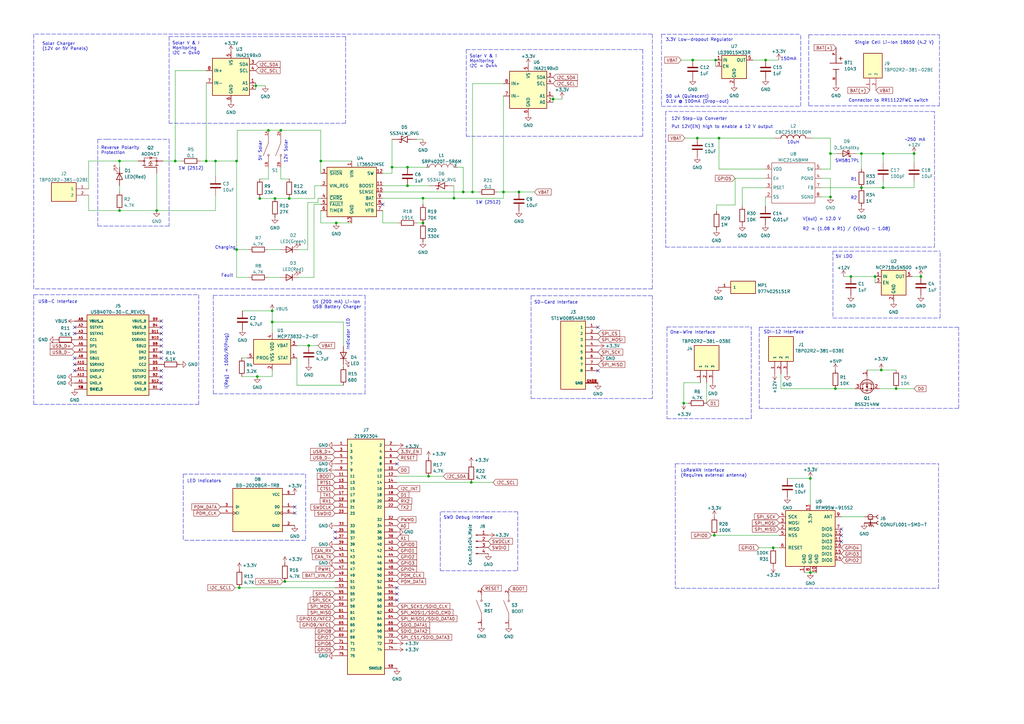
<source format=kicad_sch>
(kicad_sch (version 20211123) (generator eeschema)
  (paper "A3")
  (junction (at 348.996 113.411))
  (junction (at 84.582 66.04))
  (junction (at 361.442 151.765))
  (junction (at 116.84 238.506))
  (junction (at 88.392 66.04))
  (junction (at 374.904 62.992))
  (junction (at 173.482 91.44))
  (junction (at 367.538 159.385))
  (junction (at 49.022 66.04))
  (junction (at 332.359 234.823))
  (junction (at 377.698 113.411))
  (junction (at 110.109 53.467))
  (junction (at 104.902 35.179))
  (junction (at 332.359 196.215))
  (junction (at 353.314 62.992))
  (junction (at 126.619 141.732))
  (junction (at 226.822 40.64))
  (junction (at 186.182 81.28))
  (junction (at 71.882 66.04))
  (junction (at 105.537 154.432))
  (junction (at 160.782 68.58))
  (junction (at 175.768 195.326))
  (junction (at 353.314 76.962))
  (junction (at 98.171 241.046))
  (junction (at 292.989 219.583))
  (junction (at 173.482 81.28))
  (junction (at 284.1244 24.638))
  (junction (at 206.502 78.74))
  (junction (at 314.0202 24.638))
  (junction (at 193.294 197.866))
  (junction (at 212.852 78.74))
  (junction (at 111.633 127.508))
  (junction (at 167.132 76.2))
  (junction (at 362.204 62.992))
  (junction (at 317.119 224.663))
  (junction (at 115.189 53.467))
  (junction (at 286.004 56.642))
  (junction (at 189.992 78.74))
  (junction (at 362.204 76.962))
  (junction (at 112.776 81.407))
  (junction (at 280.416 165.354))
  (junction (at 358.902 113.411))
  (junction (at 111.633 132.08))
  (junction (at 97.028 102.362))
  (junction (at 340.614 62.992))
  (junction (at 342.646 159.385))
  (junction (at 49.022 86.36))
  (junction (at 137.922 91.44))
  (junction (at 340.614 80.772))
  (junction (at 293.497 24.638))
  (junction (at 167.132 68.58))
  (junction (at 118.618 81.407))
  (junction (at 106.553 81.407))
  (junction (at 294.894 56.642))
  (junction (at 193.802 78.74))
  (junction (at 97.028 66.04))
  (junction (at 131.572 66.04))
  (junction (at 64.262 86.36))
  (no_connect (at 245.237 152.019))
  (no_connect (at 245.237 134.239))
  (no_connect (at 66.167 159.639))
  (no_connect (at 66.167 157.099))
  (no_connect (at 137.414 218.186))
  (no_connect (at 137.414 220.726))
  (no_connect (at 162.814 190.246))
  (no_connect (at 120.904 210.439))
  (no_connect (at 120.904 207.899))
  (no_connect (at 162.814 241.046))
  (no_connect (at 162.814 243.586))
  (no_connect (at 162.814 246.126))
  (no_connect (at 156.972 83.82))
  (no_connect (at 66.167 146.939))
  (no_connect (at 30.607 146.939))
  (no_connect (at 30.607 149.479))
  (no_connect (at 30.607 152.019))
  (no_connect (at 66.167 139.319))
  (no_connect (at 66.167 144.399))
  (no_connect (at 66.167 131.699))
  (no_connect (at 66.167 141.859))
  (no_connect (at 30.607 136.779))
  (no_connect (at 30.607 134.239))
  (no_connect (at 66.167 134.239))
  (no_connect (at 66.167 136.779))
  (no_connect (at 66.167 152.019))
  (no_connect (at 66.167 154.559))
  (no_connect (at 345.059 222.123))
  (no_connect (at 345.059 219.583))
  (no_connect (at 345.059 217.043))
  (wire (pts (xy 131.572 53.467) (xy 131.572 66.04)))
  (wire (pts (xy 36.322 66.04) (xy 49.022 66.04)))
  (wire (pts (xy 66.802 66.04) (xy 71.882 66.04)))
  (wire (pts (xy 362.204 62.992) (xy 362.204 66.802)))
  (polyline (pts (xy 267.589 163.449) (xy 217.805 163.449)))
  (wire (pts (xy 156.972 86.36) (xy 156.972 91.44)))
  (wire (pts (xy 97.028 113.792) (xy 102.108 113.792)))
  (wire (pts (xy 226.822 39.37) (xy 226.822 40.64)))
  (wire (pts (xy 110.109 53.467) (xy 115.189 53.467)))
  (wire (pts (xy 111.633 132.08) (xy 111.633 136.652)))
  (wire (pts (xy 97.282 53.467) (xy 97.282 66.04)))
  (wire (pts (xy 109.728 102.362) (xy 114.808 102.362)))
  (polyline (pts (xy 212.344 209.931) (xy 180.594 209.931)))
  (wire (pts (xy 193.802 34.29) (xy 206.502 34.29)))
  (wire (pts (xy 362.204 62.992) (xy 353.314 62.992)))
  (wire (pts (xy 156.972 81.28) (xy 173.482 81.28)))
  (polyline (pts (xy 13.843 165.862) (xy 63.246 165.862)))
  (polyline (pts (xy 141.732 14.986) (xy 141.732 50.546)))
  (wire (pts (xy 130.429 81.28) (xy 131.572 81.28)))
  (wire (pts (xy 294.894 56.642) (xy 317.754 56.642)))
  (polyline (pts (xy 393.192 167.513) (xy 393.192 134.239)))
  (polyline (pts (xy 69.342 14.986) (xy 69.342 50.546)))
  (polyline (pts (xy 40.132 57.15) (xy 40.132 92.71)))
  (wire (pts (xy 126.619 141.732) (xy 130.429 141.732)))
  (wire (pts (xy 308.737 24.638) (xy 314.0202 24.638)))
  (wire (pts (xy 313.944 73.152) (xy 301.498 73.152)))
  (polyline (pts (xy 331.724 14.224) (xy 331.724 43.434)))
  (wire (pts (xy 292.989 219.583) (xy 319.659 219.583)))
  (polyline (pts (xy 212.344 234.061) (xy 212.344 209.931)))
  (wire (pts (xy 131.572 53.467) (xy 115.189 53.467)))
  (polyline (pts (xy 217.805 121.285) (xy 217.805 163.449)))
  (wire (pts (xy 279.4 24.638) (xy 284.1244 24.638)))
  (wire (pts (xy 111.633 127.508) (xy 111.633 132.08)))
  (polyline (pts (xy 267.462 13.97) (xy 13.843 13.97)))
  (wire (pts (xy 98.171 241.046) (xy 96.393 241.046)))
  (wire (pts (xy 115.189 68.707) (xy 115.189 73.406)))
  (wire (pts (xy 313.944 80.772) (xy 313.944 84.582)))
  (wire (pts (xy 167.132 68.58) (xy 174.752 68.58)))
  (polyline (pts (xy 341.63 102.997) (xy 385.572 102.997)))
  (wire (pts (xy 97.028 102.362) (xy 97.028 113.792)))
  (wire (pts (xy 362.204 74.422) (xy 362.204 76.962)))
  (wire (pts (xy 340.614 73.152) (xy 340.614 80.772)))
  (wire (pts (xy 170.942 91.44) (xy 173.482 91.44)))
  (wire (pts (xy 82.042 66.04) (xy 84.582 66.04)))
  (wire (pts (xy 64.262 71.12) (xy 64.262 86.36)))
  (wire (pts (xy 104.902 35.179) (xy 104.902 36.576)))
  (wire (pts (xy 156.972 91.44) (xy 163.322 91.44)))
  (polyline (pts (xy 331.724 43.434) (xy 385.318 43.434)))
  (wire (pts (xy 340.614 56.642) (xy 340.614 62.992)))
  (polyline (pts (xy 331.724 14.224) (xy 385.318 14.224)))
  (wire (pts (xy 49.022 86.36) (xy 64.262 86.36)))
  (wire (pts (xy 360.68 159.385) (xy 367.538 159.385)))
  (wire (pts (xy 99.187 154.432) (xy 105.537 154.432)))
  (polyline (pts (xy 81.534 120.904) (xy 81.534 165.862)))
  (polyline (pts (xy 311.404 167.513) (xy 393.192 167.513)))
  (polyline (pts (xy 273.558 134.112) (xy 273.558 171.704)))
  (wire (pts (xy 280.416 165.354) (xy 282.194 165.354)))
  (wire (pts (xy 332.994 56.642) (xy 340.614 56.642)))
  (wire (pts (xy 342.646 159.385) (xy 350.52 159.385)))
  (wire (pts (xy 71.882 66.04) (xy 74.422 66.04)))
  (wire (pts (xy 358.902 113.411) (xy 358.902 115.951)))
  (wire (pts (xy 118.618 81.407) (xy 129.032 81.407)))
  (wire (pts (xy 345.948 113.411) (xy 348.996 113.411)))
  (polyline (pts (xy 311.404 134.239) (xy 311.404 167.513)))
  (wire (pts (xy 304.419 76.962) (xy 313.944 76.962)))
  (wire (pts (xy 97.282 53.467) (xy 110.109 53.467)))
  (wire (pts (xy 36.322 80.01) (xy 36.322 86.36)))
  (polyline (pts (xy 125.349 221.615) (xy 75.184 221.615)))
  (wire (pts (xy 320.294 153.289) (xy 320.294 159.385)))
  (wire (pts (xy 126.238 83.058) (xy 130.429 83.058)))
  (wire (pts (xy 98.171 241.046) (xy 137.414 241.046)))
  (wire (pts (xy 71.882 28.956) (xy 71.882 66.04)))
  (wire (pts (xy 294.894 56.642) (xy 294.894 69.342)))
  (polyline (pts (xy 308.102 171.704) (xy 308.102 134.112)))
  (wire (pts (xy 128.778 83.82) (xy 128.778 113.792)))
  (wire (pts (xy 122.428 102.362) (xy 126.238 102.362)))
  (polyline (pts (xy 81.534 165.862) (xy 63.246 165.862)))
  (wire (pts (xy 137.922 91.44) (xy 144.272 91.44)))
  (polyline (pts (xy 63.246 120.904) (xy 81.534 120.904)))
  (wire (pts (xy 230.505 40.64) (xy 230.505 40.386)))
  (wire (pts (xy 156.972 76.2) (xy 167.132 76.2)))
  (wire (pts (xy 226.822 40.64) (xy 226.822 41.91)))
  (wire (pts (xy 186.182 76.2) (xy 186.182 81.28)))
  (polyline (pts (xy 341.63 102.997) (xy 341.63 130.429)))
  (wire (pts (xy 293.497 24.638) (xy 293.497 27.178)))
  (wire (pts (xy 105.537 154.432) (xy 111.633 154.432)))
  (polyline (pts (xy 13.843 120.904) (xy 63.246 120.904)))
  (wire (pts (xy 345.059 211.963) (xy 354.457 211.963)))
  (wire (pts (xy 71.882 28.956) (xy 84.582 28.956)))
  (polyline (pts (xy 13.843 118.491) (xy 13.843 105.41)))
  (wire (pts (xy 317.119 224.663) (xy 319.659 224.663)))
  (wire (pts (xy 156.972 78.74) (xy 189.992 78.74)))
  (wire (pts (xy 131.572 91.44) (xy 137.922 91.44)))
  (wire (pts (xy 173.482 81.28) (xy 186.182 81.28)))
  (wire (pts (xy 206.502 78.74) (xy 212.852 78.74)))
  (wire (pts (xy 304.419 76.962) (xy 304.419 84.582)))
  (wire (pts (xy 106.553 81.407) (xy 112.776 81.407)))
  (wire (pts (xy 374.142 113.411) (xy 377.698 113.411)))
  (polyline (pts (xy 311.404 134.239) (xy 393.192 134.239)))
  (wire (pts (xy 340.614 62.992) (xy 340.614 69.342)))
  (wire (pts (xy 36.322 77.47) (xy 36.322 66.04)))
  (polyline (pts (xy 180.594 209.931) (xy 180.594 212.471)))
  (wire (pts (xy 293.878 84.074) (xy 293.878 86.614)))
  (polyline (pts (xy 276.987 190.246) (xy 276.987 241.3)))
  (wire (pts (xy 97.028 102.362) (xy 102.108 102.362)))
  (wire (pts (xy 126.238 83.058) (xy 126.238 102.362)))
  (wire (pts (xy 340.614 62.992) (xy 343.154 62.992)))
  (wire (pts (xy 193.802 34.29) (xy 193.802 78.74)))
  (wire (pts (xy 118.618 81.026) (xy 118.618 81.407)))
  (wire (pts (xy 170.942 57.15) (xy 173.482 57.15)))
  (polyline (pts (xy 267.589 13.97) (xy 267.589 105.537)))
  (wire (pts (xy 97.028 66.04) (xy 97.282 66.04)))
  (wire (pts (xy 121.793 146.812) (xy 121.793 157.988)))
  (wire (pts (xy 88.392 66.04) (xy 88.392 72.39)))
  (polyline (pts (xy 40.132 92.71) (xy 43.942 92.71)))
  (wire (pts (xy 322.961 196.215) (xy 332.359 196.215)))
  (wire (pts (xy 131.572 66.04) (xy 131.572 71.12)))
  (wire (pts (xy 140.843 149.606) (xy 140.843 150.368)))
  (wire (pts (xy 122.428 113.792) (xy 128.778 113.792)))
  (wire (pts (xy 116.84 238.506) (xy 137.414 238.506)))
  (wire (pts (xy 84.582 34.036) (xy 84.582 66.04)))
  (polyline (pts (xy 271.3228 14.0716) (xy 328.422 14.0716)))
  (wire (pts (xy 289.814 156.972) (xy 289.814 165.354)))
  (wire (pts (xy 332.359 196.215) (xy 332.359 206.883)))
  (wire (pts (xy 314.0202 24.638) (xy 319.3796 24.638)))
  (wire (pts (xy 129.032 76.2) (xy 131.572 76.2)))
  (wire (pts (xy 175.768 195.326) (xy 181.864 195.326)))
  (wire (pts (xy 203.962 78.74) (xy 206.502 78.74)))
  (polyline (pts (xy 263.652 20.32) (xy 263.652 55.88)))
  (polyline (pts (xy 267.589 118.491) (xy 13.843 118.491)))
  (wire (pts (xy 99.441 127.508) (xy 111.633 127.508)))
  (wire (pts (xy 362.204 76.962) (xy 374.904 76.962)))
  (wire (pts (xy 88.392 86.36) (xy 88.392 80.01)))
  (wire (pts (xy 301.498 73.152) (xy 301.498 84.074)))
  (wire (pts (xy 162.814 195.326) (xy 175.768 195.326)))
  (polyline (pts (xy 191.262 20.32) (xy 191.262 55.88)))
  (polyline (pts (xy 13.843 120.904) (xy 13.843 165.862)))
  (polyline (pts (xy 40.132 57.15) (xy 43.942 57.15)))
  (polyline (pts (xy 69.342 92.71) (xy 43.942 92.71)))
  (polyline (pts (xy 180.594 234.061) (xy 212.344 234.061)))
  (wire (pts (xy 64.262 86.36) (xy 88.392 86.36)))
  (polyline (pts (xy 149.733 161.544) (xy 149.733 121.158)))
  (wire (pts (xy 374.904 74.422) (xy 374.904 76.962)))
  (wire (pts (xy 291.719 219.583) (xy 292.989 219.583)))
  (wire (pts (xy 332.359 234.823) (xy 334.899 234.823)))
  (wire (pts (xy 206.502 39.37) (xy 206.502 78.74)))
  (wire (pts (xy 189.992 78.74) (xy 193.802 78.74)))
  (wire (pts (xy 121.793 141.732) (xy 126.619 141.732)))
  (wire (pts (xy 131.572 86.36) (xy 131.572 91.44)))
  (wire (pts (xy 280.924 56.642) (xy 286.004 56.642)))
  (wire (pts (xy 156.972 71.12) (xy 160.782 71.12)))
  (polyline (pts (xy 87.503 121.158) (xy 149.733 121.158)))
  (polyline (pts (xy 267.589 105.41) (xy 267.589 118.491)))
  (wire (pts (xy 353.314 76.962) (xy 362.204 76.962)))
  (polyline (pts (xy 276.987 241.3) (xy 384.937 241.3)))
  (wire (pts (xy 116.078 238.506) (xy 116.84 238.506)))
  (wire (pts (xy 329.819 234.823) (xy 332.359 234.823)))
  (wire (pts (xy 311.277 224.663) (xy 317.119 224.663)))
  (wire (pts (xy 294.894 69.342) (xy 313.944 69.342)))
  (wire (pts (xy 104.902 34.036) (xy 104.902 35.179)))
  (polyline (pts (xy 217.805 121.285) (xy 267.589 121.285)))
  (wire (pts (xy 121.793 157.988) (xy 140.843 157.988)))
  (wire (pts (xy 99.187 146.812) (xy 101.473 146.812)))
  (wire (pts (xy 97.028 66.04) (xy 97.028 102.362)))
  (polyline (pts (xy 125.349 194.437) (xy 125.349 221.615)))
  (wire (pts (xy 226.822 40.64) (xy 230.505 40.64)))
  (wire (pts (xy 49.022 66.04) (xy 56.642 66.04)))
  (wire (pts (xy 187.452 68.58) (xy 189.992 68.58)))
  (wire (pts (xy 129.032 81.407) (xy 129.032 76.2)))
  (polyline (pts (xy 328.422 43.5864) (xy 328.422 14.0716)))
  (wire (pts (xy 350.774 62.992) (xy 353.314 62.992)))
  (wire (pts (xy 109.728 113.792) (xy 114.808 113.792)))
  (polyline (pts (xy 180.594 212.471) (xy 180.594 234.061)))
  (polyline (pts (xy 69.342 57.15) (xy 69.342 92.71)))
  (polyline (pts (xy 69.342 14.986) (xy 141.732 14.986)))
  (wire (pts (xy 336.804 73.152) (xy 340.614 73.152)))
  (polyline (pts (xy 75.184 194.437) (xy 75.184 221.615)))
  (wire (pts (xy 36.322 86.36) (xy 49.022 86.36)))
  (polyline (pts (xy 341.63 130.429) (xy 385.572 130.429)))
  (polyline (pts (xy 273.558 134.112) (xy 308.102 134.112)))
  (wire (pts (xy 84.582 66.04) (xy 88.392 66.04)))
  (polyline (pts (xy 383.286 45.72) (xy 273.05 45.72)))
  (polyline (pts (xy 383.286 101.346) (xy 383.286 45.72)))
  (wire (pts (xy 189.992 68.58) (xy 189.992 78.74)))
  (polyline (pts (xy 271.3228 43.5864) (xy 328.422 43.5864)))
  (polyline (pts (xy 13.843 13.97) (xy 13.843 105.537)))
  (wire (pts (xy 111.633 132.08) (xy 140.843 132.08)))
  (wire (pts (xy 167.132 76.2) (xy 176.022 76.2)))
  (polyline (pts (xy 385.318 43.434) (xy 385.318 14.224)))
  (wire (pts (xy 374.904 62.992) (xy 362.204 62.992)))
  (wire (pts (xy 374.904 66.802) (xy 374.904 62.992)))
  (wire (pts (xy 193.294 197.866) (xy 202.184 197.866)))
  (polyline (pts (xy 87.503 121.158) (xy 87.503 161.544)))
  (polyline (pts (xy 273.558 171.704) (xy 308.102 171.704)))
  (wire (pts (xy 280.416 156.972) (xy 287.274 156.972)))
  (wire (pts (xy 128.778 83.82) (xy 131.572 83.82)))
  (wire (pts (xy 49.022 66.04) (xy 49.022 68.58)))
  (wire (pts (xy 353.314 62.992) (xy 353.314 69.342)))
  (polyline (pts (xy 276.987 190.246) (xy 384.937 190.246)))
  (wire (pts (xy 340.614 80.772) (xy 336.804 80.772)))
  (wire (pts (xy 160.782 71.12) (xy 160.782 68.58)))
  (polyline (pts (xy 43.942 57.15) (xy 69.342 57.15)))
  (wire (pts (xy 320.294 159.385) (xy 342.646 159.385)))
  (polyline (pts (xy 271.3228 14.0462) (xy 271.3228 43.5864)))
  (polyline (pts (xy 384.937 241.3) (xy 384.937 190.246)))
  (polyline (pts (xy 273.05 45.72) (xy 273.05 101.346)))
  (wire (pts (xy 88.392 66.04) (xy 97.028 66.04)))
  (polyline (pts (xy 273.05 101.346) (xy 383.286 101.346)))
  (polyline (pts (xy 141.732 50.546) (xy 69.342 50.546)))
  (polyline (pts (xy 75.184 194.437) (xy 125.349 194.437)))
  (polyline (pts (xy 263.652 55.88) (xy 191.262 55.88)))
  (wire (pts (xy 162.814 197.866) (xy 193.294 197.866)))
  (wire (pts (xy 355.6 151.765) (xy 361.442 151.765)))
  (wire (pts (xy 115.189 73.406) (xy 118.618 73.406)))
  (wire (pts (xy 286.004 56.642) (xy 294.894 56.642)))
  (wire (pts (xy 361.442 151.765) (xy 367.538 151.765)))
  (wire (pts (xy 160.782 57.15) (xy 160.782 68.58)))
  (polyline (pts (xy 191.262 20.32) (xy 263.652 20.32)))
  (wire (pts (xy 186.182 81.28) (xy 206.502 81.28)))
  (wire (pts (xy 131.572 66.04) (xy 144.272 66.04)))
  (wire (pts (xy 140.843 141.986) (xy 140.843 132.08)))
  (wire (pts (xy 284.1244 24.638) (xy 293.497 24.638)))
  (wire (pts (xy 340.614 69.342) (xy 336.804 69.342)))
  (wire (pts (xy 106.553 73.406) (xy 110.109 73.406)))
  (wire (pts (xy 130.429 83.058) (xy 130.429 81.28)))
  (wire (pts (xy 367.538 159.385) (xy 374.904 159.385)))
  (wire (pts (xy 212.852 78.74) (xy 219.202 78.74)))
  (wire (pts (xy 173.482 81.28) (xy 173.482 83.82)))
  (wire (pts (xy 104.902 35.179) (xy 108.839 35.179)))
  (polyline (pts (xy 267.589 121.285) (xy 267.589 163.449)))
  (wire (pts (xy 206.502 81.28) (xy 206.502 78.74)))
  (wire (pts (xy 193.802 78.74) (xy 196.342 78.74)))
  (wire (pts (xy 110.109 73.406) (xy 110.109 68.707)))
  (wire (pts (xy 348.996 113.411) (xy 358.902 113.411)))
  (wire (pts (xy 112.776 81.407) (xy 118.618 81.407)))
  (wire (pts (xy 111.633 154.432) (xy 111.633 151.892)))
  (wire (pts (xy 49.022 76.2) (xy 49.022 78.74)))
  (polyline (pts (xy 87.503 161.544) (xy 149.733 161.544)))
  (wire (pts (xy 301.498 84.074) (xy 293.878 84.074)))
  (wire (pts (xy 160.782 68.58) (xy 167.132 68.58)))
  (wire (pts (xy 280.416 165.354) (xy 280.416 156.972)))
  (wire (pts (xy 106.553 81.407) (xy 106.553 81.661)))
  (wire (pts (xy 336.804 76.962) (xy 353.314 76.962)))
  (wire (pts (xy 106.553 81.026) (xy 106.553 81.407)))
  (polyline (pts (xy 385.572 130.429) (xy 385.572 102.997)))
  (text "12V Step-Up Converter" (at 275.336 49.53 0) (effects (font (size 1.27 1.27)) (justify left bottom)))
  (text "SWD Debug Interface" (at 181.864 213.106 0) (effects (font (size 1.27 1.27)) (justify left bottom)))
  (text "Fault" (at 90.678 113.792 0) (effects (font (size 1.27 1.27)) (justify left bottom)))
  (text "1W (2512)" (at 73.152 69.85 0) (effects (font (size 1.27 1.27)) (justify left bottom)))
  (text "Put 12V(EN) high to enable a 12 V output" (at 275.336 52.832 0) (effects (font (size 1.27 1.27)) (justify left bottom)))
  (text "12V Solar" (at 117.983 66.929 90) (effects (font (size 1.27 1.27)) (justify left bottom)))
  (text "50 uA (Quiescent)\n0.1V @ 100mA (Drop-out)" (at 273.0754 42.4688 0) (effects (font (size 1.27 1.27)) (justify left bottom)))
  (text "Solar Charger\n(12V or 5V Panels)" (at 17.272 20.828 0) (effects (font (size 1.27 1.27)) (justify left bottom)))
  (text "~250 mA" (at 371.094 58.166 0) (effects (font (size 1.27 1.27)) (justify left bottom)))
  (text "Indicator LED" (at 143.51 143.637 90) (effects (font (size 1.27 1.27)) (justify left bottom)))
  (text "SM5817PL" (at 342.519 66.802 0) (effects (font (size 1.27 1.27)) (justify left bottom)))
  (text "Solar V & I\nMonitoring\nI2C = 0x44" (at 192.532 27.94 0) (effects (font (size 1.27 1.27)) (justify left bottom)))
  (text "Solar V & I\nMonitoring\nI2C = 0x40" (at 70.612 22.606 0) (effects (font (size 1.27 1.27)) (justify left bottom)))
  (text "Connector to RR11122FWC switch" (at 347.98 42.037 0) (effects (font (size 1.27 1.27)) (justify left bottom)))
  (text "V(out) = 12.0 V\n\nR2 = (1.08 x R1) / (V(out) - 1.08)" (at 329.184 94.742 0) (effects (font (size 1.27 1.27)) (justify left bottom)))
  (text "5V Solar" (at 107.442 66.167 90) (effects (font (size 1.27 1.27)) (justify left bottom)))
  (text "5V LDO" (at 342.646 106.045 0) (effects (font (size 1.27 1.27)) (justify left bottom)))
  (text "5V (200 mA) Li-Ion \nUSB Battery Charger" (at 128.143 126.746 0) (effects (font (size 1.27 1.27)) (justify left bottom)))
  (text "SD-Card Interface" (at 219.075 124.841 0) (effects (font (size 1.27 1.27)) (justify left bottom)))
  (text "R1" (at 348.869 74.422 0) (effects (font (size 1.27 1.27)) (justify left bottom)))
  (text "I(Reg) = 1000/R(Prog)" (at 93.599 159.766 90) (effects (font (size 1.27 1.27)) (justify left bottom)))
  (text "1W (2512)" (at 195.072 83.82 0) (effects (font (size 1.27 1.27)) (justify left bottom)))
  (text "SDI-12 Interface" (at 313.182 137.033 0) (effects (font (size 1.27 1.27)) (justify left bottom)))
  (text "150mA" (at 320.1162 24.9936 0) (effects (font (size 1.27 1.27)) (justify left bottom)))
  (text "Charging" (at 88.138 102.362 0) (effects (font (size 1.27 1.27)) (justify left bottom)))
  (text "10uH" (at 322.834 59.182 0) (effects (font (size 1.27 1.27)) (justify left bottom)))
  (text "USB-C Interface" (at 15.621 124.587 0) (effects (font (size 1.27 1.27)) (justify left bottom)))
  (text "LoRaWAN Interface\n(Requires external antenna)" (at 279.146 195.834 0) (effects (font (size 1.27 1.27)) (justify left bottom)))
  (text "Reverse Polarity\nProtection" (at 41.402 63.5 0) (effects (font (size 1.27 1.27)) (justify left bottom)))
  (text "Single Cell Li-Ion 18650 (4.2 V)" (at 350.52 18.288 0) (effects (font (size 1.27 1.27)) (justify left bottom)))
  (text "One-Wire Interface" (at 274.828 137.16 0) (effects (font (size 1.27 1.27)) (justify left bottom)))
  (text "3.3V Low-dropout Regulator" (at 272.9738 17.0942 0) (effects (font (size 1.27 1.27)) (justify left bottom)))
  (text "R2" (at 348.869 82.042 0) (effects (font (size 1.27 1.27)) (justify left bottom)))
  (text "LED Indicators" (at 76.708 198.12 0) (effects (font (size 1.27 1.27)) (justify left bottom)))
  (global_label "BOOT" (shape input) (at 137.414 195.326 180) (property "Intersheet References" "${INTERSHEET_REFS}" (effects hide)))
  (global_label "GPIO7" (shape input) (at 137.414 261.366 180) (property "Intersheet References" "${INTERSHEET_REFS}" (effects hide)))
  (global_label "VBAT" (shape input) (at 279.4 24.638 180) (property "Intersheet References" "${INTERSHEET_REFS}" (effects hide)))
  (global_label "D0" (shape input) (at 162.814 192.786 0) (property "Intersheet References" "${INTERSHEET_REFS}" (effects hide)))
  (global_label "RESET" (shape input) (at 197.485 241.3 0) (property "Intersheet References" "${INTERSHEET_REFS}" (effects hide)))
  (global_label "I2C_SDA1" (shape input) (at 116.078 238.506 180) (property "Intersheet References" "${INTERSHEET_REFS}" (effects hide)))
  (global_label "VBAT" (shape input) (at 130.429 141.732 0) (property "Intersheet References" "${INTERSHEET_REFS}" (effects hide)))
  (global_label "D1" (shape input) (at 289.814 165.354 0) (property "Intersheet References" "${INTERSHEET_REFS}" (effects hide)))
  (global_label "SPI_SCK" (shape input) (at 137.414 246.126 180) (property "Intersheet References" "${INTERSHEET_REFS}" (effects hide)))
  (global_label "GPIO4" (shape input) (at 345.059 224.663 0) (property "Intersheet References" "${INTERSHEET_REFS}" (effects hide)))
  (global_label "3.3V_EN" (shape input) (at 162.814 185.166 0) (property "Intersheet References" "${INTERSHEET_REFS}" (effects hide)))
  (global_label "A1" (shape input) (at 162.814 220.726 0) (property "Intersheet References" "${INTERSHEET_REFS}" (effects hide)))
  (global_label "SPI_MISO" (shape input) (at 137.414 251.206 180) (property "Intersheet References" "${INTERSHEET_REFS}" (effects hide)))
  (global_label "SPI_SCK1{slash}SDIO_CLK" (shape input) (at 162.814 248.666 0) (property "Intersheet References" "${INTERSHEET_REFS}" (effects hide)))
  (global_label "GPIO1" (shape input) (at 311.277 224.663 180) (property "Intersheet References" "${INTERSHEET_REFS}" (effects hide)))
  (global_label "GPIO10{slash}NFC2" (shape input) (at 137.414 253.746 180) (property "Intersheet References" "${INTERSHEET_REFS}" (effects hide)))
  (global_label "GPIO3" (shape input) (at 162.814 230.886 0) (property "Intersheet References" "${INTERSHEET_REFS}" (effects hide)))
  (global_label "GPIO5" (shape input) (at 137.414 266.446 180) (property "Intersheet References" "${INTERSHEET_REFS}" (effects hide)))
  (global_label "SWDCLK" (shape input) (at 137.414 208.026 180) (property "Intersheet References" "${INTERSHEET_REFS}" (effects hide)))
  (global_label "I2C_SDA" (shape input) (at 181.864 195.326 0) (property "Intersheet References" "${INTERSHEET_REFS}" (effects hide)))
  (global_label "GPIO1" (shape input) (at 162.814 225.806 0) (property "Intersheet References" "${INTERSHEET_REFS}" (effects hide)))
  (global_label "CAN_TX" (shape input) (at 137.414 228.346 180) (property "Intersheet References" "${INTERSHEET_REFS}" (effects hide)))
  (global_label "BATT_VIN{slash}3" (shape input) (at 137.414 235.966 180) (property "Intersheet References" "${INTERSHEET_REFS}" (effects hide)))
  (global_label "GPIO0" (shape input) (at 162.814 223.266 0) (property "Intersheet References" "${INTERSHEET_REFS}" (effects hide)))
  (global_label "I2C_SDA" (shape input) (at 226.822 31.75 0) (property "Intersheet References" "${INTERSHEET_REFS}" (effects hide)))
  (global_label "D1" (shape input) (at 162.814 202.946 0) (property "Intersheet References" "${INTERSHEET_REFS}" (effects hide)))
  (global_label "VBAT" (shape input) (at 280.924 56.642 180) (property "Intersheet References" "${INTERSHEET_REFS}" (effects hide)))
  (global_label "CTS1" (shape input) (at 137.414 200.406 180) (property "Intersheet References" "${INTERSHEET_REFS}" (effects hide)))
  (global_label "GPIO2" (shape input) (at 162.814 228.346 0) (property "Intersheet References" "${INTERSHEET_REFS}" (effects hide)))
  (global_label "D0" (shape input) (at 374.904 159.385 0) (property "Intersheet References" "${INTERSHEET_REFS}" (effects hide)))
  (global_label "TX2" (shape input) (at 162.814 208.026 0) (property "Intersheet References" "${INTERSHEET_REFS}" (effects hide)))
  (global_label "USB_D+" (shape input) (at 137.414 185.166 180) (property "Intersheet References" "${INTERSHEET_REFS}" (effects hide)))
  (global_label "GPIO9{slash}NFC1" (shape input) (at 137.414 256.286 180) (property "Intersheet References" "${INTERSHEET_REFS}" (effects hide)))
  (global_label "RX2" (shape input) (at 162.814 205.486 0) (property "Intersheet References" "${INTERSHEET_REFS}" (effects hide)))
  (global_label "SPI_MOSI" (shape input) (at 319.659 214.503 180) (property "Intersheet References" "${INTERSHEET_REFS}" (effects hide)))
  (global_label "SPI_MOSI1{slash}SDIO_CMD" (shape input) (at 162.814 251.206 0) (property "Intersheet References" "${INTERSHEET_REFS}" (effects hide)))
  (global_label "SPI_CS" (shape input) (at 137.414 243.586 180) (property "Intersheet References" "${INTERSHEET_REFS}" (effects hide)))
  (global_label "VBAT" (shape input) (at 219.202 78.74 0) (property "Intersheet References" "${INTERSHEET_REFS}" (effects hide)))
  (global_label "SWDCLK" (shape input) (at 200.279 221.996 0) (property "Intersheet References" "${INTERSHEET_REFS}" (effects hide)))
  (global_label "SPI_MISO" (shape input) (at 319.659 217.043 180) (property "Intersheet References" "${INTERSHEET_REFS}" (effects hide)))
  (global_label "I2C_SCL" (shape input) (at 202.184 197.866 0) (property "Intersheet References" "${INTERSHEET_REFS}" (effects hide)))
  (global_label "BAT(+)" (shape input) (at 342.9 19.558 180) (property "Intersheet References" "${INTERSHEET_REFS}" (effects hide)))
  (global_label "RTS1" (shape input) (at 137.414 197.866 180) (property "Intersheet References" "${INTERSHEET_REFS}" (effects hide)))
  (global_label "SDIO_DATA2" (shape input) (at 162.814 258.826 0) (property "Intersheet References" "${INTERSHEET_REFS}" (effects hide)))
  (global_label "I2C_SCL" (shape input) (at 104.902 28.956 0) (property "Intersheet References" "${INTERSHEET_REFS}" (effects hide)))
  (global_label "PDM_DATA" (shape input) (at 90.424 207.899 180) (property "Intersheet References" "${INTERSHEET_REFS}" (effects hide)))
  (global_label "SPI_MISO" (shape input) (at 245.237 149.479 0) (property "Intersheet References" "${INTERSHEET_REFS}" (effects hide)))
  (global_label "PWM0" (shape input) (at 162.814 213.106 0) (property "Intersheet References" "${INTERSHEET_REFS}" (effects hide)))
  (global_label "SWDIO" (shape input) (at 200.279 224.536 0) (property "Intersheet References" "${INTERSHEET_REFS}" (effects hide)))
  (global_label "SPI_MOSI" (shape input) (at 245.237 139.319 0) (property "Intersheet References" "${INTERSHEET_REFS}" (effects hide)))
  (global_label "SPI_CS" (shape input) (at 245.237 136.779 0) (property "Intersheet References" "${INTERSHEET_REFS}" (effects hide)))
  (global_label "BOOT" (shape input) (at 208.661 241.427 0) (property "Intersheet References" "${INTERSHEET_REFS}" (effects hide)))
  (global_label "GPIO5" (shape input) (at 301.498 73.152 180) (property "Intersheet References" "${INTERSHEET_REFS}" (effects hide)))
  (global_label "SPI_SCK" (shape input) (at 245.237 144.399 0) (property "Intersheet References" "${INTERSHEET_REFS}" (effects hide)))
  (global_label "PDM_CLK" (shape input) (at 162.814 235.966 0) (property "Intersheet References" "${INTERSHEET_REFS}" (effects hide)))
  (global_label "GPIO3" (shape input) (at 345.059 227.203 0) (property "Intersheet References" "${INTERSHEET_REFS}" (effects hide)))
  (global_label "RESET" (shape input) (at 162.814 187.706 0) (property "Intersheet References" "${INTERSHEET_REFS}" (effects hide)))
  (global_label "USB_D-" (shape input) (at 137.414 187.706 180) (property "Intersheet References" "${INTERSHEET_REFS}" (effects hide)))
  (global_label "GPIO6" (shape input) (at 137.414 263.906 180) (property "Intersheet References" "${INTERSHEET_REFS}" (effects hide)))
  (global_label "SPI_CS1{slash}SDIO_DATA3" (shape input) (at 162.814 261.366 0) (property "Intersheet References" "${INTERSHEET_REFS}" (effects hide)))
  (global_label "I2C_INT" (shape input) (at 162.814 200.406 0) (property "Intersheet References" "${INTERSHEET_REFS}" (effects hide)))
  (global_label "SWDIO" (shape input) (at 137.414 210.566 180) (property "Intersheet References" "${INTERSHEET_REFS}" (effects hide)))
  (global_label "SPI_MISO1{slash}SDIO_DATA0" (shape input) (at 162.814 253.746 0) (property "Intersheet References" "${INTERSHEET_REFS}" (effects hide)))
  (global_label "I2C_SDA" (shape input) (at 104.902 26.416 0) (property "Intersheet References" "${INTERSHEET_REFS}" (effects hide)))
  (global_label "I2C_SCL1" (shape input) (at 96.393 241.046 180) (property "Intersheet References" "${INTERSHEET_REFS}" (effects hide)))
  (global_label "BAT(+)" (shape input) (at 356.743 37.084 180) (property "Intersheet References" "${INTERSHEET_REFS}" (effects hide)))
  (global_label "PWM1" (shape input) (at 137.414 233.426 180) (property "Intersheet References" "${INTERSHEET_REFS}" (effects hide)))
  (global_label "USB_D+" (shape input) (at 30.607 141.859 180) (property "Intersheet References" "${INTERSHEET_REFS}" (effects hide)))
  (global_label "TX1" (shape input) (at 137.414 202.946 180) (property "Intersheet References" "${INTERSHEET_REFS}" (effects hide)))
  (global_label "PDM_DATA" (shape input) (at 162.814 238.506 0) (property "Intersheet References" "${INTERSHEET_REFS}" (effects hide)))
  (global_label "A0" (shape input) (at 162.814 215.646 0) (property "Intersheet References" "${INTERSHEET_REFS}" (effects hide)))
  (global_label "CAN_RX" (shape input) (at 137.414 225.806 180) (property "Intersheet References" "${INTERSHEET_REFS}" (effects hide)))
  (global_label "GPIO2" (shape input) (at 345.059 229.743 0) (property "Intersheet References" "${INTERSHEET_REFS}" (effects hide)))
  (global_label "USB_D-" (shape input) (at 30.607 144.399 180) (property "Intersheet References" "${INTERSHEET_REFS}" (effects hide)))
  (global_label "SPI_MOSI" (shape input) (at 137.414 248.666 180) (property "Intersheet References" "${INTERSHEET_REFS}" (effects hide)))
  (global_label "VBAT" (shape input) (at 359.283 37.084 0) (property "Intersheet References" "${INTERSHEET_REFS}" (effects hide)))
  (global_label "GPIO0" (shape input) (at 291.719 219.583 180) (property "Intersheet References" "${INTERSHEET_REFS}" (effects hide)))
  (global_label "SDIO_DATA1" (shape input) (at 162.814 256.286 0) (property "Intersheet References" "${INTERSHEET_REFS}" (effects hide)))
  (global_label "GPIO8" (shape input) (at 137.414 258.826 180) (property "Intersheet References" "${INTERSHEET_REFS}" (effects hide)))
  (global_label "RX1" (shape input) (at 137.414 205.486 180) (property "Intersheet References" "${INTERSHEET_REFS}" (effects hide)))
  (global_label "GPIO4" (shape input) (at 162.814 233.426 0) (property "Intersheet References" "${INTERSHEET_REFS}" (effects hide)))
  (global_label "I2C_SCL" (shape input) (at 226.822 34.29 0) (property "Intersheet References" "${INTERSHEET_REFS}" (effects hide)))
  (global_label "PDM_CLK" (shape input) (at 90.424 210.439 180) (property "Intersheet References" "${INTERSHEET_REFS}" (effects hide)))
  (global_label "SPI_SCK" (shape input) (at 319.659 211.963 180) (property "Intersheet References" "${INTERSHEET_REFS}" (effects hide)))
  (symbol (lib_id "Device:C") (at 126.619 145.542 0) (unit 1)
    (property "Reference" "C5" (at 129.54 144.7073 0) (effects (justify left)))
    (property "Value" "4.7uF" (at 129.54 147.2442 0) (effects (justify left)))
    (property "Footprint" "Capacitor_SMD:C_0805_2012Metric" (effects hide))
  )
  (symbol (lib_id "power:GND") (at 284.1244 32.258 0) (unit 1)
    (property "Reference" "#PWR0126" (effects hide))
    (property "Value" "GND" (at 284.1244 36.7014 0))
  )
  (symbol (lib_id "power:+3.3V") (at 98.171 233.426 0) (unit 1)
    (property "Reference" "#PWR0134" (effects hide))
    (property "Value" "+3.3V" (at 99.441 231.902 0) (effects (justify left)))
  )
  (symbol (lib_id "Device:R") (at 49.022 82.55 0) (unit 1)
    (property "Reference" "R2" (at 50.8 81.7153 0) (effects (justify left)))
    (property "Value" "4.7K" (at 50.8 84.2522 0) (effects (justify left)))
    (property "Footprint" "Resistor_SMD:R_0805_2012Metric" (effects hide))
  )
  (symbol (lib_id "DS04-254-2-02BK-SMT:DS04-254-2-02BK-SMT") (at 112.649 61.087 90) (mirror x) (unit 1)
    (property "Reference" "S1" (at 111.506 69.85 90) (effects (justify right)))
    (property "Value" "DS04-254-2-02BK-SMT" (effects hide))
    (property "Footprint" "DS04-254-2-02BK-SMT:SW_DS04-254-2-02BK-SMT" (effects hide))
    (property "MAXIMUM_PACKAGE_HEIGHT" "4.86 mm" (effects hide))
    (property "STANDARD" "Manufacturer Recommendations" (effects hide))
    (property "PARTREV" "V0.0" (effects hide))
    (property "MANUFACTURER" "CUI Inc." (effects hide))
  )
  (symbol (lib_id "power:+3.3V") (at 193.294 190.246 0) (unit 1)
    (property "Reference" "#PWR0147" (effects hide))
    (property "Value" "+3.3V" (at 194.564 188.722 0) (effects (justify left)))
  )
  (symbol (lib_id "power:GND") (at 304.419 92.202 0) (unit 1)
    (property "Reference" "#PWR0114" (effects hide))
    (property "Value" "GND" (at 304.419 96.6454 0))
  )
  (symbol (lib_id "power:GND") (at 208.661 256.667 0) (unit 1)
    (property "Reference" "#PWR0117" (effects hide))
    (property "Value" "GND" (at 208.661 261.1104 0))
  )
  (symbol (lib_id "pspice:INDUCTOR") (at 181.102 68.58 0) (unit 1)
    (property "Reference" "L1" (at 181.102 63.7372 0))
    (property "Value" "SRP4020T-5R6M" (at 181.102 66.2741 0))
    (property "Footprint" "SRP4020TA-5R6M:IND_SRP4020TA-5R6M" (effects hide))
  )
  (symbol (lib_id "Device:R") (at 353.314 80.772 180) (unit 1)
    (property "Reference" "R34" (at 355.092 79.9373 0) (effects (justify right)))
    (property "Value" "1K" (at 355.092 82.4742 0) (effects (justify right)))
    (property "Footprint" "Resistor_SMD:R_0805_2012Metric" (effects hide))
  )
  (symbol (lib_id "Device:R") (at 286.004 165.354 270) (unit 1)
    (property "Reference" "R6" (at 286.004 160.6382 90))
    (property "Value" "4.7K" (at 286.004 163.1751 90))
    (property "Footprint" "Resistor_SMD:R_0805_2012Metric" (effects hide))
  )
  (symbol (lib_id "power:GND") (at 120.904 215.519 0) (unit 1)
    (property "Reference" "#PWR0154" (effects hide))
    (property "Value" "GND" (at 120.904 219.9624 0))
  )
  (symbol (lib_id "power:GND") (at 112.776 89.027 0) (unit 1)
    (property "Reference" "#PWR0105" (effects hide))
    (property "Value" "GND" (at 112.776 93.4704 0))
  )
  (symbol (lib_id "power:GND") (at 354.457 214.503 0) (unit 1)
    (property "Reference" "#PWR0151" (effects hide))
    (property "Value" "GND" (at 354.457 218.9464 0))
  )
  (symbol (lib_id "power:+3.3V") (at 319.3796 24.638 0) (unit 1)
    (property "Reference" "#PWR0124" (effects hide))
    (property "Value" "+3.3V" (at 319.3796 21.0622 0))
  )
  (symbol (lib_id "Device:R") (at 293.878 90.424 180) (unit 1)
    (property "Reference" "R29" (at 295.656 89.5893 0) (effects (justify right)))
    (property "Value" "1M" (at 295.656 92.1262 0) (effects (justify right)))
    (property "Footprint" "Resistor_SMD:R_0805_2012Metric" (effects hide))
  )
  (symbol (lib_id "power:GND") (at 173.482 99.06 0) (unit 1)
    (property "Reference" "#PWR0101" (effects hide))
    (property "Value" "GND" (at 173.482 103.5034 0))
  )
  (symbol (lib_id "power:+3.3V") (at 162.814 266.446 270) (unit 1)
    (property "Reference" "#PWR0159" (effects hide))
    (property "Value" "+3.3V" (at 165.862 266.446 90) (effects (justify left)))
  )
  (symbol (lib_id "power:GND") (at 245.237 146.939 90) (unit 1)
    (property "Reference" "#PWR04" (effects hide))
    (property "Value" "GND" (at 248.285 146.939 90) (effects (justify right)))
  )
  (symbol (lib_id "power:GND") (at 348.996 121.031 0) (unit 1)
    (property "Reference" "#PWR09" (effects hide))
    (property "Value" "GND" (at 348.996 125.4744 0))
  )
  (symbol (lib_id "Device:C") (at 284.1244 28.448 0) (unit 1)
    (property "Reference" "C12" (at 287.0454 27.6133 0) (effects (justify left)))
    (property "Value" "1uF" (at 287.0454 30.1502 0) (effects (justify left)))
    (property "Footprint" "Capacitor_SMD:C_0805_2012Metric" (effects hide))
  )
  (symbol (lib_id "Device:LED") (at 49.022 72.39 270) (unit 1)
    (property "Reference" "D1" (at 51.054 69.9678 90) (effects (justify left)))
    (property "Value" "LED(Red)" (at 51.054 72.5047 90) (effects (justify left)))
    (property "Footprint" "LED_SMD:LED_0805_2012Metric" (effects hide))
  )
  (symbol (lib_id "9774025151R:9774025151R") (at 304.8 117.856 0) (unit 1)
    (property "Reference" "MP1" (at 310.642 117.0213 0) (effects (justify left)))
    (property "Value" "9774025151R" (at 310.642 119.5582 0) (effects (justify left)))
    (property "Footprint" "9774025151R:WE_9774025151R" (effects hide))
    (property "MANUFACTURER" "Wurth Elektronik" (effects hide))
    (property "PARTREV" "001.001" (effects hide))
    (property "MAXIMUM_PACKAGE_HEIGHT" "2.6 mm" (effects hide))
    (property "STANDARD" "Manufacturer Recommendations" (effects hide))
  )
  (symbol (lib_id "ST1W008S4AR1500:ST1W008S4AR1500") (at 235.077 144.399 0) (mirror y) (unit 1)
    (property "Reference" "J3" (at 235.077 127.9992 0))
    (property "Value" "ST1W008S4AR1500" (at 235.077 130.5361 0))
    (property "Footprint" "ST1W008S4AR1500:JAE_ST1W008S4AR1500" (effects hide))
    (property "MANUFACTURER" "JAE Electronics" (effects hide))
    (property "MAXIMUM_PACKAGE_HEIGHT" "2.0 mm" (effects hide))
    (property "PARTREV" "2" (effects hide))
    (property "STANDARD" "Manufacturer Recommendations" (effects hide))
  )
  (symbol (lib_id "Device:LED") (at 118.618 113.792 180) (unit 1)
    (property "Reference" "D3" (at 120.2055 107.9332 0))
    (property "Value" "LED(Red)" (at 120.2055 110.4701 0))
    (property "Footprint" "LED_SMD:LED_0805_2012Metric" (effects hide))
  )
  (symbol (lib_id "power:+3.3V") (at 116.84 230.886 0) (unit 1)
    (property "Reference" "#PWR0133" (effects hide))
    (property "Value" "+3.3V" (at 118.11 229.362 0) (effects (justify left)))
  )
  (symbol (lib_id "power:+12V") (at 374.904 62.992 0) (unit 1)
    (property "Reference" "#PWR0119" (effects hide))
    (property "Value" "+12V" (at 374.904 59.4162 0))
  )
  (symbol (lib_id "power:+12V") (at 345.948 113.411 0) (unit 1)
    (property "Reference" "#PWR08" (effects hide))
    (property "Value" "+12V" (at 345.948 109.8352 0))
  )
  (symbol (lib_id "power:GND") (at 353.314 84.582 0) (unit 1)
    (property "Reference" "#PWR0121" (effects hide))
    (property "Value" "GND" (at 353.314 89.0254 0))
  )
  (symbol (lib_id "Device:C") (at 88.392 76.2 0) (unit 1)
    (property "Reference" "C3" (at 91.313 75.3653 0) (effects (justify left)))
    (property "Value" "10uF" (at 91.313 77.9022 0) (effects (justify left)))
    (property "Footprint" "Capacitor_SMD:C_0805_2012Metric" (effects hide))
  )
  (symbol (lib_id "power:GND") (at 22.987 139.319 270) (unit 1)
    (property "Reference" "#PWR0109" (effects hide))
    (property "Value" "GND" (at 15.621 139.319 90) (effects (justify left)))
  )
  (symbol (lib_id "PTS636_SM43J_SMTR_LFS:PTS636_SM43J_SMTR_LFS") (at 208.661 249.047 90) (unit 1)
    (property "Reference" "S3" (at 209.7024 248.2123 90) (effects (justify right)))
    (property "Value" "BOOT" (at 209.7024 250.7492 90) (effects (justify right)))
    (property "Footprint" "PTS636_SM43J_SMTR_LFS:SW_PTS636_SM43J_SMTR_LFS" (effects hide))
    (property "PARTREV" "27 mar 19" (effects hide))
    (property "MANUFACTURER" "C&K" (effects hide))
    (property "MAXIMUM_PACKAGE_HEIGHT" "4.3 mm" (effects hide))
    (property "STANDARD" "Manufacturer Recommendations" (effects hide))
  )
  (symbol (lib_id "power:GND") (at 197.485 256.54 0) (unit 1)
    (property "Reference" "#PWR0110" (effects hide))
    (property "Value" "GND" (at 197.485 260.9834 0))
  )
  (symbol (lib_id "power:GND") (at 30.607 159.639 0) (unit 1)
    (property "Reference" "#PWR0132" (effects hide))
    (property "Value" "GND" (at 30.607 164.0824 0))
  )
  (symbol (lib_id "BB-2020BGR-TRB:BB-2020BGR-TRB") (at 105.664 210.439 0) (unit 1)
    (property "Reference" "D8" (at 105.664 196.5792 0))
    (property "Value" "BB-2020BGR-TRB" (at 105.664 199.1161 0))
    (property "Footprint" "BB-2020BGR-TRB:LED_BB-2020BGR-TRB" (effects hide))
    (property "MANUFACTURER" "American Bright LED" (effects hide))
    (property "MAXIMUM_PACKAGE_HEIGHT" "0.75mm" (effects hide))
    (property "STANDARD" "Manufacturer recommendations" (effects hide))
    (property "PARTREV" "--" (effects hide))
  )
  (symbol (lib_id "21992304:21992304") (at 150.114 228.346 0) (unit 1)
    (property "Reference" "J7" (at 150.114 176.3862 0))
    (property "Value" "21992304" (at 150.114 178.9231 0))
    (property "Footprint" "21992304:TE_21992304" (effects hide))
    (property "Comment" "2199230-4" (effects hide))
    (property "EU_RoHS_Compliance" "Compliant" (effects hide))
  )
  (symbol (lib_id "power:GND") (at 162.814 274.066 0) (unit 1)
    (property "Reference" "#PWR0143" (effects hide))
    (property "Value" "GND" (at 162.814 278.5094 0))
  )
  (symbol (lib_id "CONUFL001-SMD-T:CONUFL001-SMD-T") (at 356.997 214.503 0) (mirror y) (unit 1)
    (property "Reference" "J6" (at 360.934 212.6523 0) (effects (justify right)))
    (property "Value" "CONUFL001-SMD-T" (at 360.934 215.1892 0) (effects (justify right)))
    (property "Footprint" "CONUFL001-SMD-T:LINX_CONUFL001-SMD-T" (effects hide))
    (property "PARTREV" "B" (effects hide))
    (property "STANDARD" "Manufacturer Recommendations" (effects hide))
    (property "MANUFACTURER" "Linx Technologies" (effects hide))
  )
  (symbol (lib_id "power:+3.3V") (at 162.814 182.626 270) (unit 1)
    (property "Reference" "#PWR0153" (effects hide))
    (property "Value" "+3.3V" (at 165.989 183.0598 90) (effects (justify left)))
  )
  (symbol (lib_id "Device:R") (at 193.294 194.056 0) (unit 1)
    (property "Reference" "R22" (at 195.072 193.2213 0) (effects (justify left)))
    (property "Value" "4.7K" (at 195.072 195.7582 0) (effects (justify left)))
    (property "Footprint" "Resistor_SMD:R_0805_2012Metric" (effects hide))
  )
  (symbol (lib_id "SS34LW_RVG:SS34LW_RVG") (at 181.102 76.2 180) (unit 1)
    (property "Reference" "D6" (at 181.102 71.2302 0))
    (property "Value" "SS34LW_RVG" (at 181.102 73.7671 0))
    (property "Footprint" "SS34LW_RVG:SODFL3718X102N" (effects hide))
    (property "MANUFACTURER" "Taiwan Semiconductor" (effects hide))
    (property "MAXIMUM_PACKAGE_HEIGHT" "1.02 mm" (effects hide))
    (property "STANDARD" "IPC-7351B" (effects hide))
    (property "PARTREV" "C2103" (effects hide))
  )
  (symbol (lib_id "power:GND") (at 332.359 234.823 0) (unit 1)
    (property "Reference" "#PWR0122" (effects hide))
    (property "Value" "GND" (at 332.359 239.2664 0))
  )
  (symbol (lib_id "Transistor_FET:BSS214NW") (at 355.6 156.845 90) (mirror x) (unit 1)
    (property "Reference" "Q1" (at 355.6 163.3204 90))
    (property "Value" "BSS214NW" (at 355.6 165.8573 90))
    (property "Footprint" "Package_TO_SOT_SMD:SOT-323_SC-70" (effects hide))
    (property "Datasheet" "https://www.infineon.com/dgdl/Infineon-BSS214NW-DS-v02_02-en.pdf?fileId=db3a30431b3e89eb011b695aebc01bde" (effects hide))
  )
  (symbol (lib_id "Device:R") (at 367.538 155.575 0) (unit 1)
    (property "Reference" "R3" (at 369.316 154.7403 0) (effects (justify left)))
    (property "Value" "10K" (at 369.316 157.2772 0) (effects (justify left)))
    (property "Footprint" "Resistor_SMD:R_0805_2012Metric" (effects hide))
  )
  (symbol (lib_id "power:GND") (at 377.698 121.031 0) (unit 1)
    (property "Reference" "#PWR014" (effects hide))
    (property "Value" "GND" (at 377.698 125.4744 0))
  )
  (symbol (lib_id "Device:R") (at 353.314 73.152 180) (unit 1)
    (property "Reference" "R33" (at 355.092 72.3173 0) (effects (justify right)))
    (property "Value" "10K" (at 355.092 74.8542 0) (effects (justify right)))
    (property "Footprint" "Resistor_SMD:R_0805_2012Metric" (effects hide))
  )
  (symbol (lib_id "Device:LED") (at 140.843 145.796 90) (unit 1)
    (property "Reference" "D4" (at 143.764 146.5488 90) (effects (justify right)))
    (property "Value" "LED" (at 143.764 149.0857 90) (effects (justify right)))
    (property "Footprint" "LED_SMD:LED_0805_2012Metric" (effects hide))
  )
  (symbol (lib_id "TBP02R2-381-02BE:TBP02R2-381-02BE") (at 359.283 26.924 90) (unit 1)
    (property "Reference" "J9" (at 362.585 26.0893 90) (effects (justify right)))
    (property "Value" "TBP02R2-381-02BE" (at 362.585 28.6262 90) (effects (justify right)))
    (property "Footprint" "TBP02R2-381-02BE:CUI_TBP02R2-381-02BE" (effects hide))
    (property "MANUFACTURER" "CUI" (effects hide))
    (property "STANDARD" "Manufacturer Recommendations" (effects hide))
  )
  (symbol (lib_id "power:GND") (at 293.878 94.234 0) (unit 1)
    (property "Reference" "#PWR0112" (effects hide))
    (property "Value" "GND" (at 293.878 98.6774 0))
  )
  (symbol (lib_id "power:GND") (at 30.607 154.559 270) (unit 1)
    (property "Reference" "#PWR0129" (effects hide))
    (property "Value" "GND" (at 23.241 154.559 90) (effects (justify left)))
  )
  (symbol (lib_id "power:GND") (at 162.814 218.186 90) (unit 1)
    (property "Reference" "#PWR0161" (effects hide))
    (property "Value" "GND" (at 169.672 218.186 90) (effects (justify left)))
  )
  (symbol (lib_id "Device:R") (at 140.843 154.178 180) (unit 1)
    (property "Reference" "R15" (at 142.621 153.3433 0) (effects (justify right)))
    (property "Value" "680" (at 142.621 155.8802 0) (effects (justify right)))
    (property "Footprint" "Resistor_SMD:R_0805_2012Metric" (effects hide))
  )
  (symbol (lib_id "power:GND") (at 137.414 230.886 270) (unit 1)
    (property "Reference" "#PWR0164" (effects hide))
    (property "Value" "GND" (at 130.556 230.886 90) (effects (justify left)))
  )
  (symbol (lib_id "Device:R") (at 105.918 102.362 90) (unit 1)
    (property "Reference" "R7" (at 105.918 97.6462 90))
    (property "Value" "4.7K" (at 105.918 100.1831 90))
    (property "Footprint" "Resistor_SMD:R_0805_2012Metric" (effects hide))
  )
  (symbol (lib_id "Analog_ADC:INA219BxD") (at 216.662 36.83 0) (unit 1)
    (property "Reference" "U6" (at 218.6814 25.5102 0) (effects (justify left)))
    (property "Value" "INA219BxD" (at 218.6814 28.0471 0) (effects (justify left)))
    (property "Footprint" "Package_SO:SOIC-8_3.9x4.9mm_P1.27mm" (effects hide))
    (property "Datasheet" "http://www.ti.com/lit/ds/symlink/ina219.pdf" (effects hide))
  )
  (symbol (lib_id "power:+3.3V") (at 332.359 196.215 0) (unit 1)
    (property "Reference" "#PWR0148" (effects hide))
    (property "Value" "+3.3V" (at 332.359 192.6392 0))
  )
  (symbol (lib_id "Device:C") (at 286.004 60.452 0) (unit 1)
    (property "Reference" "C13" (at 288.925 59.6173 0) (effects (justify left)))
    (property "Value" "10uF" (at 288.925 62.1542 0) (effects (justify left)))
    (property "Footprint" "Capacitor_SMD:C_0805_2012Metric" (effects hide))
  )
  (symbol (lib_id "power:VBUS") (at 30.607 131.699 90) (unit 1)
    (property "Reference" "#PWR0106" (effects hide))
    (property "Value" "VBUS" (at 22.606 131.699 90) (effects (justify right)))
  )
  (symbol (lib_id "Device:C") (at 374.904 70.612 0) (unit 1)
    (property "Reference" "C18" (at 377.825 69.7773 0) (effects (justify left)))
    (property "Value" "10uF" (at 377.825 72.3142 0) (effects (justify left)))
    (property "Footprint" "Capacitor_SMD:C_0805_2012Metric" (effects hide))
  )
  (symbol (lib_id "power:+3.3V") (at 317.119 232.283 180) (unit 1)
    (property "Reference" "#PWR0123" (effects hide))
    (property "Value" "+3.3V" (at 317.119 235.8588 0))
  )
  (symbol (lib_id "AOD417:AOD417") (at 61.722 68.58 270) (mirror x) (unit 1)
    (property "Reference" "Q2" (at 61.722 60.613 90))
    (property "Value" "AOD417" (at 61.722 63.1499 90))
    (property "Footprint" "AOD417:DPAK228P994X240_3N" (effects hide))
    (property "MANUFACTURER" "Alpha & Omega Semiconductor Inc." (effects hide))
    (property "STANDARD" "IPC7351B" (effects hide))
    (property "PARTREV" "U" (effects hide))
  )
  (symbol (lib_id "Device:R") (at 342.646 155.575 0) (unit 1)
    (property "Reference" "R1" (at 344.424 154.7403 0) (effects (justify left)))
    (property "Value" "10K" (at 344.424 157.2772 0) (effects (justify left)))
    (property "Footprint" "Resistor_SMD:R_0805_2012Metric" (effects hide))
  )
  (symbol (lib_id "power:+5VP") (at 342.646 151.765 0) (unit 1)
    (property "Reference" "#PWR06" (effects hide))
    (property "Value" "+5VP" (at 342.646 148.1892 0))
  )
  (symbol (lib_id "Connector:Conn_01x04_Male") (at 195.199 221.996 0) (unit 1)
    (property "Reference" "J8" (at 197.866 215.9 0))
    (property "Value" "Conn_01x04_Male" (at 192.786 223.393 90))
    (property "Footprint" "Connector_PinHeader_2.54mm:PinHeader_1x04_P2.54mm_Vertical" (effects hide))
  )
  (symbol (lib_id "TBP02R2-381-02BE:TBP02R2-381-02BE") (at 26.162 80.01 0) (mirror y) (unit 1)
    (property "Reference" "J2" (at 26.162 71.2302 0))
    (property "Value" "TBP02R2-381-02BE" (at 26.162 73.7671 0))
    (property "Footprint" "TBP02R2-381-02BE:CUI_TBP02R2-381-02BE" (effects hide))
    (property "MANUFACTURER" "CUI" (effects hide))
    (property "STANDARD" "Manufacturer Recommendations" (effects hide))
  )
  (symbol (lib_id "Device:R") (at 118.618 77.216 0) (unit 1)
    (property "Reference" "R12" (at 120.396 76.3813 0) (effects (justify left)))
    (property "Value" "53.6K" (at 120.396 78.9182 0) (effects (justify left)))
    (property "Footprint" "Resistor_SMD:R_0805_2012Metric" (effects hide))
  )
  (symbol (lib_id "Device:R") (at 116.84 234.696 0) (unit 1)
    (property "Reference" "R16" (at 118.618 233.8613 0) (effects (justify left)))
    (property "Value" "4.7K" (at 118.618 236.3982 0) (effects (justify left)))
    (property "Footprint" "Resistor_SMD:R_0805_2012Metric" (effects hide))
  )
  (symbol (lib_id "Device:R") (at 99.187 150.622 180) (unit 1)
    (property "Reference" "R4" (at 100.965 149.7873 0) (effects (justify right)))
    (property "Value" "3.2K" (at 100.965 152.3242 0) (effects (justify right)))
    (property "Footprint" "Resistor_SMD:R_0805_2012Metric" (effects hide))
  )
  (symbol (lib_id "power:GND") (at 105.537 154.432 0) (unit 1)
    (property "Reference" "#PWR0140" (effects hide))
    (property "Value" "GND" (at 105.537 158.8754 0))
  )
  (symbol (lib_id "Regulator_Linear:NCP718xSN500") (at 366.522 115.951 0) (unit 1)
    (property "Reference" "U2" (at 366.522 107.1712 0))
    (property "Value" "NCP718xSN500" (at 366.522 109.7081 0))
    (property "Footprint" "Package_TO_SOT_SMD:SOT-23-5" (effects hide))
    (property "Datasheet" "https://www.onsemi.com/pub/Collateral/NCP718-D.PDF" (effects hide))
  )
  (symbol (lib_id "power:GND") (at 173.482 57.15 0) (unit 1)
    (property "Reference" "#PWR0103" (effects hide))
    (property "Value" "GND" (at 173.482 61.5934 0))
  )
  (symbol (lib_id "power:+5VP") (at 377.698 113.411 0) (unit 1)
    (property "Reference" "#PWR013" (effects hide))
    (property "Value" "+5VP" (at 377.698 109.8352 0))
  )
  (symbol (lib_id "1043:1043") (at 342.9 27.178 270) (unit 1)
    (property "Reference" "BT1" (at 346.202 25.7083 90) (effects (justify left)))
    (property "Value" "1043" (at 346.202 28.2452 90) (effects (justify left)))
    (property "Footprint" "1043:BAT_1043" (effects hide))
    (property "MANUFACTURER" "Keystone" (effects hide))
    (property "PARTREV" "H" (effects hide))
    (property "STANDARD" "Manufacturer Recommendations" (effects hide))
    (property "MAXIMUM_PACKAGE_HEIGHT" "14.86mm" (effects hide))
  )
  (symbol (lib_id "Device:C") (at 212.852 82.55 0) (unit 1)
    (property "Reference" "C9" (at 215.773 81.7153 0) (effects (justify left)))
    (property "Value" "10uF" (at 215.773 84.2522 0) (effects (justify left)))
    (property "Footprint" "Capacitor_SMD:C_0805_2012Metric" (effects hide))
  )
  (symbol (lib_id "Device:R") (at 292.989 215.773 180) (unit 1)
    (property "Reference" "R28" (at 294.767 214.9383 0) (effects (justify right)))
    (property "Value" "100K" (at 294.767 217.4752 0) (effects (justify right)))
    (property "Footprint" "Resistor_SMD:R_0805_2012Metric" (effects hide))
  )
  (symbol (lib_id "Device:R") (at 98.171 237.236 0) (unit 1)
    (property "Reference" "R13" (at 99.949 236.4013 0) (effects (justify left)))
    (property "Value" "4.7K" (at 99.949 238.9382 0) (effects (justify left)))
    (property "Footprint" "Resistor_SMD:R_0805_2012Metric" (effects hide))
  )
  (symbol (lib_id "power:+3.3V") (at 162.814 263.906 270) (unit 1)
    (property "Reference" "#PWR0160" (effects hide))
    (property "Value" "+3.3V" (at 165.862 263.906 90) (effects (justify left)))
  )
  (symbol (lib_id "power:GND") (at 313.944 92.202 0) (unit 1)
    (property "Reference" "#PWR0113" (effects hide))
    (property "Value" "GND" (at 313.944 96.6454 0))
  )
  (symbol (lib_id "power:GND") (at 99.441 135.128 0) (unit 1)
    (property "Reference" "#PWR0141" (effects hide))
    (property "Value" "GND" (at 99.441 139.5714 0))
  )
  (symbol (lib_id "Device:R") (at 173.482 95.25 180) (unit 1)
    (property "Reference" "R20" (at 175.26 94.4153 0) (effects (justify right)))
    (property "Value" "330K" (at 175.26 96.9522 0) (effects (justify right)))
    (property "Footprint" "Resistor_SMD:R_0805_2012Metric" (effects hide))
  )
  (symbol (lib_id "RF_Module:RFM95W-915S2") (at 332.359 219.583 0) (unit 1)
    (property "Reference" "U9" (at 334.3784 205.7232 0) (effects (justify left)))
    (property "Value" "RFM95W-915S2" (at 334.3784 208.2601 0) (effects (justify left)))
    (property "Footprint" "RFM95W-915S2:XCVR_RFM95W-915S2" (effects hide))
    (property "Datasheet" "https://www.hoperf.com/data/upload/portal/20181127/5bfcbea20e9ef.pdf" (effects hide))
  )
  (symbol (lib_id "power:GND") (at 108.839 35.179 0) (unit 1)
    (property "Reference" "#PWR0138" (effects hide))
    (property "Value" "GND" (at 108.839 39.6224 0))
  )
  (symbol (lib_id "power:VBUS") (at 137.414 192.786 90) (unit 1)
    (property "Reference" "#PWR0156" (effects hide))
    (property "Value" "VBUS" (at 129.54 192.786 90) (effects (justify right)))
  )
  (symbol (lib_id "power:+3.3V") (at 245.237 141.859 270) (unit 1)
    (property "Reference" "#PWR03" (effects hide))
    (property "Value" "+3.3V" (at 248.285 141.859 90) (effects (justify left)))
  )
  (symbol (lib_id "power:GND") (at 314.0202 32.258 0) (unit 1)
    (property "Reference" "#PWR0127" (effects hide))
    (property "Value" "GND" (at 314.0202 36.7014 0))
  )
  (symbol (lib_id "Device:C") (at 362.204 70.612 0) (unit 1)
    (property "Reference" "C17" (at 365.125 69.7773 0) (effects (justify left)))
    (property "Value" "100pF" (at 365.125 72.3142 0) (effects (justify left)))
    (property "Footprint" "Capacitor_SMD:C_0805_2012Metric" (effects hide))
  )
  (symbol (lib_id "power:+3.3V") (at 94.742 21.336 0) (unit 1)
    (property "Reference" "#PWR0137" (effects hide))
    (property "Value" "+3.3V" (at 94.742 17.7602 0))
  )
  (symbol (lib_id "Battery_Management:MCP73832-2-OT") (at 111.633 144.272 0) (unit 1)
    (property "Reference" "U1" (at 113.6524 135.4922 0) (effects (justify left)))
    (property "Value" "MCP73832-2-OT" (at 113.6524 138.0291 0) (effects (justify left)))
    (property "Footprint" "Package_TO_SOT_SMD:SOT-23-5" (effects hide))
    (property "Datasheet" "http://ww1.microchip.com/downloads/en/DeviceDoc/20001984g.pdf" (effects hide))
  )
  (symbol (lib_id "Device:R") (at 106.553 77.216 0) (unit 1)
    (property "Reference" "R9" (at 108.331 76.3813 0) (effects (justify left)))
    (property "Value" "23K" (at 108.331 78.9182 0) (effects (justify left)))
    (property "Footprint" "Resistor_SMD:R_0805_2012Metric" (effects hide))
  )
  (symbol (lib_id "power:GND") (at 322.834 153.289 0) (unit 1)
    (property "Reference" "#PWR02" (effects hide))
    (property "Value" "GND" (at 322.834 157.7324 0))
  )
  (symbol (lib_id "Device:R") (at 78.232 66.04 90) (unit 1)
    (property "Reference" "R5" (at 78.232 61.3242 90))
    (property "Value" "0.1" (at 78.232 63.8611 90))
    (property "Footprint" "Resistor_SMD:R_2512_6332Metric" (effects hide))
  )
  (symbol (lib_id "power:GND") (at 137.414 215.646 270) (unit 1)
    (property "Reference" "#PWR0162" (effects hide))
    (property "Value" "GND" (at 130.556 215.646 90) (effects (justify left)))
  )
  (symbol (lib_id "power:+3.3V") (at 230.505 40.386 0) (unit 1)
    (property "Reference" "#PWR0116" (effects hide))
    (property "Value" "+3.3V" (at 230.505 36.8102 0))
  )
  (symbol (lib_id "power:GND") (at 200.279 227.076 0) (unit 1)
    (property "Reference" "#PWR0142" (effects hide))
    (property "Value" "GND" (at 200.279 231.5194 0))
  )
  (symbol (lib_id "Device:C") (at 314.0202 28.448 0) (unit 1)
    (property "Reference" "C15" (at 316.9412 27.6133 0) (effects (justify left)))
    (property "Value" "1uF" (at 316.9412 30.1502 0) (effects (justify left)))
    (property "Footprint" "Capacitor_SMD:C_0805_2012Metric" (effects hide))
  )
  (symbol (lib_id "PTS636_SM43J_SMTR_LFS:PTS636_SM43J_SMTR_LFS") (at 197.485 248.92 90) (unit 1)
    (property "Reference" "S2" (at 198.5264 248.0853 90) (effects (justify right)))
    (property "Value" "RST" (at 198.5264 250.6222 90) (effects (justify right)))
    (property "Footprint" "PTS636_SM43J_SMTR_LFS:SW_PTS636_SM43J_SMTR_LFS" (effects hide))
    (property "PARTREV" "27 mar 19" (effects hide))
    (property "MANUFACTURER" "C&K" (effects hide))
    (property "MAXIMUM_PACKAGE_HEIGHT" "4.3 mm" (effects hide))
    (property "STANDARD" "Manufacturer Recommendations" (effects hide))
  )
  (symbol (lib_id "Device:R") (at 105.918 113.792 90) (unit 1)
    (property "Reference" "R8" (at 105.918 109.0762 90))
    (property "Value" "4.7K" (at 105.918 111.6131 90))
    (property "Footprint" "Resistor_SMD:R_0805_2012Metric" (effects hide))
  )
  (symbol (lib_id "Regulator_Linear:LD39015M33R") (at 301.117 27.178 0) (unit 1)
    (property "Reference" "U7" (at 301.117 19.0332 0))
    (property "Value" "LD39015M33R" (at 301.117 21.5701 0))
    (property "Footprint" "Package_TO_SOT_SMD:SOT-23-5" (effects hide))
    (property "Datasheet" "http://www.st.com/resource/en/datasheet/ld39015.pdf" (effects hide))
  )
  (symbol (lib_id "power:GND") (at 137.414 268.986 270) (unit 1)
    (property "Reference" "#PWR0144" (effects hide))
    (property "Value" "GND" (at 130.556 268.986 90) (effects (justify left)))
  )
  (symbol (lib_id "Device:C") (at 377.698 117.221 0) (unit 1)
    (property "Reference" "C4" (at 380.619 116.3863 0) (effects (justify left)))
    (property "Value" "1uF" (at 380.619 118.9232 0) (effects (justify left)))
    (property "Footprint" "Capacitor_SMD:C_0805_2012Metric" (effects hide))
  )
  (symbol (lib_id "Device:C") (at 167.132 72.39 0) (unit 1)
    (property "Reference" "C6" (at 170.053 71.5553 0) (effects (justify left)))
    (property "Value" "1uF" (at 170.053 74.0922 0) (effects (justify left)))
    (property "Footprint" "Capacitor_SMD:C_0805_2012Metric" (effects hide))
  )
  (symbol (lib_id "power:GND") (at 245.237 157.099 0) (unit 1)
    (property "Reference" "#PWR05" (effects hide))
    (property "Value" "GND" (at 245.237 161.5424 0))
  )
  (symbol (lib_id "Device:C") (at 348.996 117.221 0) (unit 1)
    (property "Reference" "C1" (at 351.917 116.3863 0) (effects (justify left)))
    (property "Value" "1uF" (at 351.917 118.9232 0) (effects (justify left)))
    (property "Footprint" "Capacitor_SMD:C_0805_2012Metric" (effects hide))
  )
  (symbol (lib_id "power:GND") (at 126.619 149.352 0) (unit 1)
    (property "Reference" "#PWR0130" (effects hide))
    (property "Value" "GND" (at 126.619 153.7954 0))
  )
  (symbol (lib_id "Device:D_Schottky") (at 346.964 62.992 180) (unit 1)
    (property "Reference" "D9" (at 347.2815 58.0222 0))
    (property "Value" "D_Schottky" (at 347.2815 60.5591 0))
    (property "Footprint" "SM5817PL:SODFL3718X108N" (effects hide))
  )
  (symbol (lib_id "CBC2518T100M:CBC2518T100M") (at 325.374 56.642 0) (unit 1)
    (property "Reference" "L2" (at 325.374 51.6722 0))
    (property "Value" "CBC2518T100M" (at 325.374 54.2091 0))
    (property "Footprint" "CBC2518T100M:INDC2518X200N" (effects hide))
  )
  (symbol (lib_id "Device:R") (at 200.152 78.74 90) (unit 1)
    (property "Reference" "R21" (at 200.152 74.0242 90))
    (property "Value" "0.1" (at 200.152 76.5611 90))
    (property "Footprint" "Resistor_SMD:R_2512_6332Metric" (effects hide))
  )
  (symbol (lib_id "Device:R") (at 69.977 149.479 270) (unit 1)
    (property "Reference" "R14" (at 69.977 144.7632 90))
    (property "Value" "5.1K" (at 69.977 147.3001 90))
    (property "Footprint" "Resistor_SMD:R_0805_2012Metric" (effects hide))
  )
  (symbol (lib_id "power:GND") (at 292.354 156.972 0) (unit 1)
    (property "Reference" "#PWR011" (effects hide))
    (property "Value" "GND" (at 292.354 161.4154 0))
  )
  (symbol (lib_id "Device:R") (at 304.419 88.392 180) (unit 1)
    (property "Reference" "R30" (at 306.197 87.5573 0) (effects (justify right)))
    (property "Value" "10K" (at 306.197 90.0942 0) (effects (justify right)))
    (property "Footprint" "Resistor_SMD:R_0805_2012Metric" (effects hide))
  )
  (symbol (lib_id "power:GND") (at 286.004 64.262 0) (unit 1)
    (property "Reference" "#PWR0118" (effects hide))
    (property "Value" "GND" (at 286.004 68.7054 0))
  )
  (symbol (lib_id "Device:C") (at 322.961 200.025 0) (unit 1)
    (property "Reference" "C16" (at 325.882 199.1903 0) (effects (justify left)))
    (property "Value" "10uF" (at 325.882 201.7272 0) (effects (justify left)))
    (property "Footprint" "Capacitor_SMD:C_0805_2012Metric" (effects hide))
  )
  (symbol (lib_id "power:GND") (at 340.614 80.772 0) (unit 1)
    (property "Reference" "#PWR0120" (effects hide))
    (property "Value" "GND" (at 340.614 85.2154 0))
  )
  (symbol (lib_id "TBP02R2-381-03BE:TBP02R2-381-03BE") (at 320.294 143.129 90) (unit 1)
    (property "Reference" "J1" (at 327.406 141.351 90) (effects (justify right)))
    (property "Value" "TBP02R2-381-03BE" (at 326.136 143.891 90) (effects (justify right)))
    (property "Footprint" "TBP02R2-381-03BE:CUI_TBP02R2-381-03BE" (effects hide))
    (property "STANDARD" "Manufacturer Recommendations" (effects hide))
    (property "MANUFACTURER" "CUI" (effects hide))
  )
  (symbol (lib_id "power:GND") (at 64.262 86.36 0) (unit 1)
    (property "Reference" "#PWR0131" (effects hide))
    (property "Value" "GND" (at 64.262 90.8034 0))
  )
  (symbol (lib_id "power:GND") (at 137.414 190.246 270) (unit 1)
    (property "Reference" "#PWR0155" (effects hide))
    (property "Value" "GND" (at 130.556 190.246 90) (effects (justify left)))
  )
  (symbol (lib_id "Device:LED") (at 118.618 102.362 180) (unit 1)
    (property "Reference" "D2" (at 120.2055 96.5032 0))
    (property "Value" "LED(Green)" (at 120.2055 99.0401 0))
    (property "Footprint" "LED_SMD:LED_0805_2012Metric" (effects hide))
  )
  (symbol (lib_id "MIC2145BMM:MIC2145BMM") (at 325.374 64.262 0) (unit 1)
    (property "Reference" "U8" (at 325.374 63.153 0))
    (property "Value" "MIC2145BMM" (at 325.374 65.6899 0))
    (property "Footprint" "MIC2145BMM:MIC2145BMM" (effects hide))
  )
  (symbol (lib_id "power:GND") (at 30.607 157.099 270) (unit 1)
    (property "Reference" "#PWR0135" (effects hide))
    (property "Value" "GND" (at 23.241 157.099 90) (effects (justify left)))
  )
  (symbol (lib_id "power:GND") (at 212.852 86.36 0) (unit 1)
    (property "Reference" "#PWR0102" (effects hide))
    (property "Value" "GND" (at 212.852 90.8034 0))
  )
  (symbol (lib_id "Device:R") (at 167.132 91.44 270) (unit 1)
    (property "Reference" "R18" (at 167.132 86.7242 90))
    (property "Value" "191K" (at 167.132 89.2611 90))
    (property "Footprint" "Resistor_SMD:R_0805_2012Metric" (effects hide))
  )
  (symbol (lib_id "power:+3.3V") (at 280.416 165.354 180) (unit 1)
    (property "Reference" "#PWR010" (effects hide))
    (property "Value" "+3.3V" (at 277.622 169.926 0) (effects (justify right)))
  )
  (symbol (lib_id "power:+3.3V") (at 120.904 202.819 0) (unit 1)
    (property "Reference" "#PWR0152" (effects hide))
    (property "Value" "+3.3V" (at 120.904 199.2432 0))
  )
  (symbol (lib_id "TBP02R2-381-03BE:TBP02R2-381-03BE") (at 289.814 146.812 90) (unit 1)
    (property "Reference" "J4" (at 281.686 143.002 90) (effects (justify right)))
    (property "Value" "TBP02R2-381-03BE" (at 279.654 139.954 90) (effects (justify right)))
    (property "Footprint" "TBP02R2-381-03BE:CUI_TBP02R2-381-03BE" (effects hide))
    (property "STANDARD" "Manufacturer Recommendations" (effects hide))
    (property "MANUFACTURER" "CUI" (effects hide))
  )
  (symbol (lib_id "power:GND") (at 216.662 46.99 0) (unit 1)
    (property "Reference" "#PWR0111" (effects hide))
    (property "Value" "GND" (at 216.662 51.4334 0))
  )
  (symbol (lib_id "power:GND") (at 301.117 34.798 0) (unit 1)
    (property "Reference" "#PWR0125" (effects hide))
    (property "Value" "GND" (at 301.117 39.2414 0))
  )
  (symbol (lib_id "power:+3.3V") (at 361.442 151.765 0) (unit 1)
    (property "Reference" "#PWR07" (effects hide))
    (property "Value" "+3.3V" (at 364.236 147.193 0) (effects (justify right)))
  )
  (symbol (lib_id "Device:C") (at 99.441 131.318 0) (unit 1)
    (property "Reference" "C2" (at 102.362 130.4833 0) (effects (justify left)))
    (property "Value" "4.7uF" (at 102.362 133.0202 0) (effects (justify left)))
    (property "Footprint" "Capacitor_SMD:C_0805_2012Metric" (effects hide))
  )
  (symbol (lib_id "power:+12V") (at 317.754 153.289 180) (unit 1)
    (property "Reference" "#PWR01" (effects hide))
    (property "Value" "+12V" (at 317.754 161.417 90) (effects (justify right)))
  )
  (symbol (lib_id "power:GND") (at 342.9 34.798 0) (unit 1)
    (property "Reference" "#PWR0128" (effects hide))
    (property "Value" "GND" (at 342.9 39.2414 0))
  )
  (symbol (lib_id "Device:R") (at 112.776 85.217 0) (unit 1)
    (property "Reference" "R10" (at 114.554 84.3823 0) (effects (justify left)))
    (property "Value" "27K" (at 114.554 86.9192 0) (effects (justify left)))
    (property "Footprint" "Resistor_SMD:R_0805_2012Metric" (effects hide))
  )
  (symbol (lib_id "power:GND") (at 294.64 117.856 0) (unit 1)
    (property "Reference" "#PWR0104" (effects hide))
    (property "Value" "GND" (at 294.64 122.2994 0))
  )
  (symbol (lib_id "Device:R") (at 317.119 228.473 0) (unit 1)
    (property "Reference" "R31" (at 315.341 229.3077 0) (effects (justify right)))
    (property "Value" "100K" (at 315.341 226.7708 0) (effects (justify right)))
    (property "Footprint" "Resistor_SMD:R_0805_2012Metric" (effects hide))
  )
  (symbol (lib_id "Battery_Management:LT3652IMSE") (at 144.272 78.74 0) (unit 1)
    (property "Reference" "U4" (at 146.2914 64.8802 0) (effects (justify left)))
    (property "Value" "LT3652IMSE" (at 146.2914 67.4171 0) (effects (justify left)))
    (property "Footprint" "Package_SO:MSOP-12-1EP_3x4mm_P0.65mm_EP1.65x2.85mm" (effects hide))
    (property "Datasheet" "https://www.analog.com/media/en/technical-documentation/data-sheets/3652fe.pdf" (effects hide))
  )
  (symbol (lib_id "power:GND") (at 137.414 182.626 270) (unit 1)
    (property "Reference" "#PWR0145" (effects hide))
    (property "Value" "GND" (at 130.556 182.626 90) (effects (justify left)))
  )
  (symbol (lib_id "power:GND") (at 366.522 123.571 0) (unit 1)
    (property "Reference" "#PWR012" (effects hide))
    (property "Value" "GND" (at 366.522 128.0144 0))
  )
  (symbol (lib_id "Device:R") (at 173.482 87.63 180) (unit 1)
    (property "Reference" "R19" (at 175.26 86.7953 0) (effects (justify right)))
    (property "Value" "70K" (at 175.26 89.3322 0) (effects (justify right)))
    (property "Footprint" "Resistor_SMD:R_0805_2012Metric" (effects hide))
  )
  (symbol (lib_id "power:GND") (at 137.922 91.44 0) (unit 1)
    (property "Reference" "#PWR0107" (effects hide))
    (property "Value" "GND" (at 137.922 95.8834 0))
  )
  (symbol (lib_id "power:+3.3V") (at 200.279 219.456 270) (unit 1)
    (property "Reference" "#PWR0157" (effects hide))
    (property "Value" "+3.3V" (at 202.946 219.456 90) (effects (justify left)))
  )
  (symbol (lib_id "power:GND") (at 137.414 223.266 270) (unit 1)
    (property "Reference" "#PWR0163" (effects hide))
    (property "Value" "GND" (at 130.556 223.266 90) (effects (justify left)))
  )
  (symbol (lib_id "power:+3.3V") (at 216.662 26.67 0) (unit 1)
    (property "Reference" "#PWR0115" (effects hide))
    (property "Value" "+3.3V" (at 216.662 23.0942 0))
  )
  (symbol (lib_id "power:GND") (at 94.742 41.656 0) (unit 1)
    (property "Reference" "#PWR0136" (effects hide))
    (property "Value" "GND" (at 94.742 46.0994 0))
  )
  (symbol (lib_id "SS34LW_RVG:SS34LW_RVG") (at 165.862 57.15 180) (unit 1)
    (property "Reference" "D5" (at 165.862 52.1802 0))
    (property "Value" "SS34LW_RVG" (at 165.862 54.7171 0))
    (property "Footprint" "SS34LW_RVG:SODFL3718X102N" (effects hide))
    (property "MANUFACTURER" "Taiwan Semiconductor" (effects hide))
    (property "MAXIMUM_PACKAGE_HEIGHT" "1.02 mm" (effects hide))
    (property "STANDARD" "IPC-7351B" (effects hide))
    (property "PARTREV" "C2103" (effects hide))
  )
  (symbol (lib_id "power:+3.3V") (at 292.989 211.963 0) (unit 1)
    (property "Reference" "#PWR0149" (effects hide))
    (property "Value" "+3.3V" (at 292.989 208.3872 0))
  )
  (symbol (lib_id "power:+3.3V") (at 175.768 187.706 0) (unit 1)
    (property "Reference" "#PWR0158" (effects hide))
    (property "Value" "+3.3V" (at 177.038 186.182 0) (effects (justify left)))
  )
  (symbol (lib_id "Device:C") (at 313.944 88.392 0) (unit 1)
    (property "Reference" "C14" (at 316.865 87.5573 0) (effects (justify left)))
    (property "Value" "0.01uF" (at 316.865 90.0942 0) (effects (justify left)))
    (property "Footprint" "Capacitor_SMD:C_0805_2012Metric" (effects hide))
  )
  (symbol (lib_id "power:GND") (at 73.787 149.479 90) (unit 1)
    (property "Reference" "#PWR0108" (effects hide))
    (property "Value" "GND" (at 81.153 149.479 90) (effects (justify left)))
  )
  (symbol (lib_id "Analog_ADC:INA219BxD") (at 94.742 31.496 0) (unit 1)
    (property "Reference" "U3" (at 96.7614 20.1762 0) (effects (justify left)))
    (property "Value" "INA219BxD" (at 96.7614 22.7131 0) (effects (justify left)))
    (property "Footprint" "Package_SO:SOIC-8_3.9x4.9mm_P1.27mm" (effects hide))
    (property "Datasheet" "http://www.ti.com/lit/ds/symlink/ina219.pdf" (effects hide))
  )
  (symbol (lib_id "Device:R") (at 175.768 191.516 0) (unit 1)
    (property "Reference" "R17" (at 177.546 190.6813 0) (effects (justify left)))
    (property "Value" "4.7K" (at 177.546 193.2182 0) (effects (justify left)))
    (property "Footprint" "Resistor_SMD:R_0805_2012Metric" (effects hide))
  )
  (symbol (lib_id "power:VBUS") (at 111.633 127.508 0) (unit 1)
    (property "Reference" "#PWR0146" (effects hide))
    (property "Value" "VBUS" (at 113.03 126.6718 0) (effects (justify left)))
  )
  (symbol (lib_id "Device:R") (at 26.797 139.319 270) (unit 1)
    (property "Reference" "R11" (at 26.797 134.6032 90))
    (property "Value" "5.1K" (at 26.797 137.1401 90))
    (property "Footprint" "Resistor_SMD:R_0805_2012Metric" (effects hide))
  )
  (symbol (lib_id "USB4070-30-C:USB4070-30-C_REVC5") (at 48.387 144.399 0) (unit 1)
    (property "Reference" "J5" (at 48.387 125.4592 0))
    (property "Value" "USB4070-30-C_REVC5" (at 48.387 127.9961 0))
    (property "Footprint" "GCT_USB4070-30-C_REVC5" (effects hide))
    (property "PARTREV" "C5" (effects hide))
    (property "MANUFACTURER" "GCT" (effects hide))
    (property "MAXIMUM_PACKAGE_HEIGHT" "10.8mm" (effects hide))
    (property "STANDARD" "Manufacturer Recommendations" (effects hide))
  )
  (symbol (lib_id "power:GND") (at 322.961 203.835 0) (unit 1)
    (property "Reference" "#PWR0150" (effects hide))
    (property "Value" "GND" (at 322.961 208.2784 0))
  )
)
</source>
